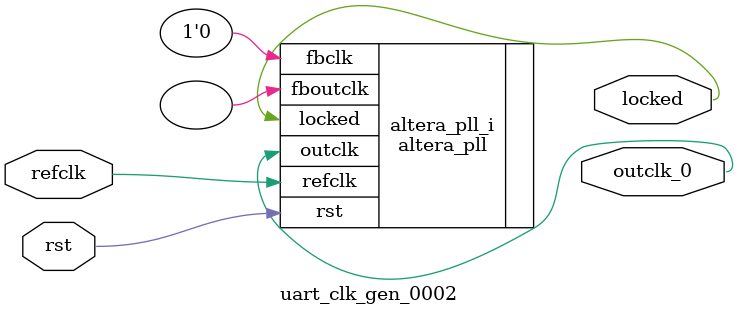
<source format=v>
`timescale 1ns/10ps
module  uart_clk_gen_0002(

	// interface 'refclk'
	input wire refclk,

	// interface 'reset'
	input wire rst,

	// interface 'outclk0'
	output wire outclk_0,

	// interface 'locked'
	output wire locked
);

	altera_pll #(
		.fractional_vco_multiplier("true"),
		.reference_clock_frequency("50.0 MHz"),
		.operation_mode("direct"),
		.number_of_clocks(1),
		.output_clock_frequency0("14.745600 MHz"),
		.phase_shift0("0 ps"),
		.duty_cycle0(50),
		.output_clock_frequency1("0 MHz"),
		.phase_shift1("0 ps"),
		.duty_cycle1(50),
		.output_clock_frequency2("0 MHz"),
		.phase_shift2("0 ps"),
		.duty_cycle2(50),
		.output_clock_frequency3("0 MHz"),
		.phase_shift3("0 ps"),
		.duty_cycle3(50),
		.output_clock_frequency4("0 MHz"),
		.phase_shift4("0 ps"),
		.duty_cycle4(50),
		.output_clock_frequency5("0 MHz"),
		.phase_shift5("0 ps"),
		.duty_cycle5(50),
		.output_clock_frequency6("0 MHz"),
		.phase_shift6("0 ps"),
		.duty_cycle6(50),
		.output_clock_frequency7("0 MHz"),
		.phase_shift7("0 ps"),
		.duty_cycle7(50),
		.output_clock_frequency8("0 MHz"),
		.phase_shift8("0 ps"),
		.duty_cycle8(50),
		.output_clock_frequency9("0 MHz"),
		.phase_shift9("0 ps"),
		.duty_cycle9(50),
		.output_clock_frequency10("0 MHz"),
		.phase_shift10("0 ps"),
		.duty_cycle10(50),
		.output_clock_frequency11("0 MHz"),
		.phase_shift11("0 ps"),
		.duty_cycle11(50),
		.output_clock_frequency12("0 MHz"),
		.phase_shift12("0 ps"),
		.duty_cycle12(50),
		.output_clock_frequency13("0 MHz"),
		.phase_shift13("0 ps"),
		.duty_cycle13(50),
		.output_clock_frequency14("0 MHz"),
		.phase_shift14("0 ps"),
		.duty_cycle14(50),
		.output_clock_frequency15("0 MHz"),
		.phase_shift15("0 ps"),
		.duty_cycle15(50),
		.output_clock_frequency16("0 MHz"),
		.phase_shift16("0 ps"),
		.duty_cycle16(50),
		.output_clock_frequency17("0 MHz"),
		.phase_shift17("0 ps"),
		.duty_cycle17(50),
		.pll_type("General"),
		.pll_subtype("General")
	) altera_pll_i (
		.rst	(rst),
		.outclk	({outclk_0}),
		.locked	(locked),
		.fboutclk	( ),
		.fbclk	(1'b0),
		.refclk	(refclk)
	);
endmodule


</source>
